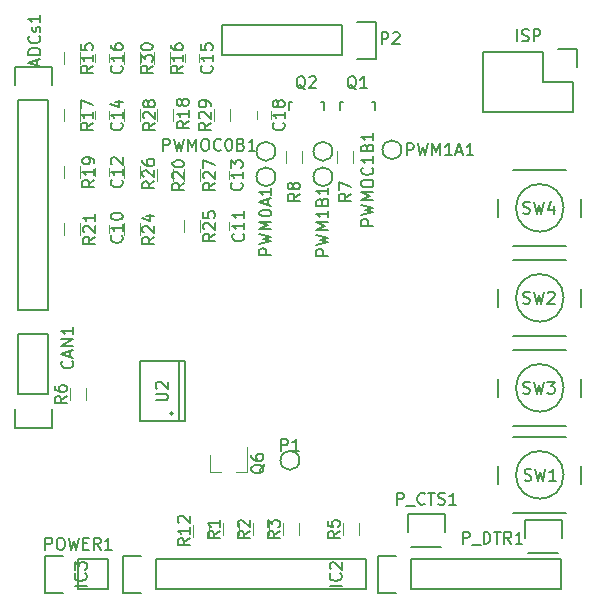
<source format=gto>
G04 #@! TF.FileFunction,Legend,Top*
%FSLAX46Y46*%
G04 Gerber Fmt 4.6, Leading zero omitted, Abs format (unit mm)*
G04 Created by KiCad (PCBNEW 4.0.2-stable) date 01.03.2017 20:49:35*
%MOMM*%
G01*
G04 APERTURE LIST*
%ADD10C,0.100000*%
%ADD11C,0.150000*%
%ADD12C,0.120000*%
G04 APERTURE END LIST*
D10*
D11*
X108458000Y-72390000D02*
X108458000Y-90170000D01*
X108458000Y-90170000D02*
X105918000Y-90170000D01*
X105918000Y-90170000D02*
X105918000Y-72390000D01*
X108738000Y-69570000D02*
X108738000Y-71120000D01*
X108458000Y-72390000D02*
X105918000Y-72390000D01*
X105638000Y-71120000D02*
X105638000Y-69570000D01*
X105638000Y-69570000D02*
X108738000Y-69570000D01*
X108458000Y-97282000D02*
X108458000Y-92202000D01*
X108458000Y-92202000D02*
X105918000Y-92202000D01*
X105918000Y-92202000D02*
X105918000Y-97282000D01*
X105638000Y-100102000D02*
X105638000Y-98552000D01*
X105918000Y-97282000D02*
X108458000Y-97282000D01*
X108738000Y-98552000D02*
X108738000Y-100102000D01*
X108738000Y-100102000D02*
X105638000Y-100102000D01*
X139192000Y-111252000D02*
X151892000Y-111252000D01*
X151892000Y-111252000D02*
X151892000Y-113792000D01*
X151892000Y-113792000D02*
X139192000Y-113792000D01*
X136372000Y-110972000D02*
X137922000Y-110972000D01*
X139192000Y-111252000D02*
X139192000Y-113792000D01*
X137922000Y-114072000D02*
X136372000Y-114072000D01*
X136372000Y-114072000D02*
X136372000Y-110972000D01*
X117602000Y-111252000D02*
X135382000Y-111252000D01*
X135382000Y-111252000D02*
X135382000Y-113792000D01*
X135382000Y-113792000D02*
X117602000Y-113792000D01*
X114782000Y-110972000D02*
X116332000Y-110972000D01*
X117602000Y-111252000D02*
X117602000Y-113792000D01*
X116332000Y-114072000D02*
X114782000Y-114072000D01*
X114782000Y-114072000D02*
X114782000Y-110972000D01*
X134620000Y-65760000D02*
X136170000Y-65760000D01*
X136170000Y-65760000D02*
X136170000Y-68860000D01*
X136170000Y-68860000D02*
X134620000Y-68860000D01*
X133350000Y-68580000D02*
X123190000Y-68580000D01*
X123190000Y-68580000D02*
X123190000Y-66040000D01*
X123190000Y-66040000D02*
X133350000Y-66040000D01*
X133350000Y-68580000D02*
X133350000Y-66040000D01*
X110998000Y-111252000D02*
X113538000Y-111252000D01*
X108178000Y-110972000D02*
X109728000Y-110972000D01*
X110998000Y-111252000D02*
X110998000Y-113792000D01*
X109728000Y-114072000D02*
X108178000Y-114072000D01*
X108178000Y-114072000D02*
X108178000Y-110972000D01*
X110998000Y-113792000D02*
X113538000Y-113792000D01*
X113538000Y-113792000D02*
X113538000Y-111252000D01*
X142012000Y-107416000D02*
X142012000Y-108966000D01*
X138912000Y-108966000D02*
X138912000Y-107416000D01*
X138912000Y-107416000D02*
X142012000Y-107416000D01*
X139192000Y-110236000D02*
X141732000Y-110236000D01*
X151918000Y-107924000D02*
X151918000Y-109474000D01*
X148818000Y-109474000D02*
X148818000Y-107924000D01*
X148818000Y-107924000D02*
X151918000Y-107924000D01*
X149098000Y-110744000D02*
X151638000Y-110744000D01*
X135919160Y-72501760D02*
X135870900Y-72501760D01*
X133120180Y-73202800D02*
X133120180Y-72501760D01*
X133120180Y-72501760D02*
X133369100Y-72501760D01*
X135919160Y-72501760D02*
X136119820Y-72501760D01*
X136119820Y-72501760D02*
X136119820Y-73202800D01*
X131601160Y-72501760D02*
X131552900Y-72501760D01*
X128802180Y-73202800D02*
X128802180Y-72501760D01*
X128802180Y-72501760D02*
X129051100Y-72501760D01*
X131601160Y-72501760D02*
X131801820Y-72501760D01*
X131801820Y-72501760D02*
X131801820Y-73202800D01*
X118999000Y-98933000D02*
G75*
G03X118999000Y-98933000I-127000J0D01*
G01*
X119507000Y-99568000D02*
X119507000Y-94488000D01*
X116205000Y-99568000D02*
X116205000Y-94488000D01*
X120015000Y-99568000D02*
X120015000Y-94488000D01*
X120015000Y-99568000D02*
X116205000Y-99568000D01*
X120015000Y-94488000D02*
X116205000Y-94488000D01*
X150368000Y-68326000D02*
X145288000Y-68326000D01*
X153188000Y-68046000D02*
X153188000Y-69596000D01*
X152908000Y-70866000D02*
X150368000Y-70866000D01*
X150368000Y-70866000D02*
X150368000Y-68326000D01*
X145288000Y-68326000D02*
X145288000Y-73406000D01*
X145288000Y-73406000D02*
X150368000Y-73406000D01*
X153188000Y-68046000D02*
X151638000Y-68046000D01*
X152908000Y-73406000D02*
X152908000Y-70866000D01*
X150368000Y-73406000D02*
X152908000Y-73406000D01*
X129708219Y-102870000D02*
G75*
G03X129708219Y-102870000I-803219J0D01*
G01*
X127676219Y-78867000D02*
G75*
G03X127676219Y-78867000I-803219J0D01*
G01*
X138344219Y-76581000D02*
G75*
G03X138344219Y-76581000I-803219J0D01*
G01*
X132502219Y-78867000D02*
G75*
G03X132502219Y-78867000I-803219J0D01*
G01*
X127676219Y-76708000D02*
G75*
G03X127676219Y-76708000I-803219J0D01*
G01*
X132502219Y-76708000D02*
G75*
G03X132502219Y-76708000I-803219J0D01*
G01*
X152077564Y-104104000D02*
G75*
G03X152077564Y-104104000I-2015564J0D01*
G01*
X147812000Y-107354000D02*
X152312000Y-107354000D01*
X146562000Y-103354000D02*
X146562000Y-104854000D01*
X152312000Y-100854000D02*
X147812000Y-100854000D01*
X153562000Y-104854000D02*
X153562000Y-103354000D01*
X152077564Y-89118000D02*
G75*
G03X152077564Y-89118000I-2015564J0D01*
G01*
X147812000Y-92368000D02*
X152312000Y-92368000D01*
X146562000Y-88368000D02*
X146562000Y-89868000D01*
X152312000Y-85868000D02*
X147812000Y-85868000D01*
X153562000Y-89868000D02*
X153562000Y-88368000D01*
X152077564Y-96738000D02*
G75*
G03X152077564Y-96738000I-2015564J0D01*
G01*
X147812000Y-99988000D02*
X152312000Y-99988000D01*
X146562000Y-95988000D02*
X146562000Y-97488000D01*
X152312000Y-93488000D02*
X147812000Y-93488000D01*
X153562000Y-97488000D02*
X153562000Y-95988000D01*
X152077564Y-81498000D02*
G75*
G03X152077564Y-81498000I-2015564J0D01*
G01*
X147812000Y-84748000D02*
X152312000Y-84748000D01*
X146562000Y-80748000D02*
X146562000Y-82248000D01*
X152312000Y-78248000D02*
X147812000Y-78248000D01*
X153562000Y-82248000D02*
X153562000Y-80748000D01*
D12*
X112430000Y-83662000D02*
X112430000Y-82962000D01*
X113630000Y-82962000D02*
X113630000Y-83662000D01*
X123790000Y-82708000D02*
X123790000Y-83408000D01*
X122590000Y-83408000D02*
X122590000Y-82708000D01*
X112430000Y-78836000D02*
X112430000Y-78136000D01*
X113630000Y-78136000D02*
X113630000Y-78836000D01*
X123790000Y-78390000D02*
X123790000Y-79090000D01*
X122590000Y-79090000D02*
X122590000Y-78390000D01*
X113630000Y-73310000D02*
X113630000Y-74010000D01*
X112430000Y-74010000D02*
X112430000Y-73310000D01*
X121250000Y-68484000D02*
X121250000Y-69184000D01*
X120050000Y-69184000D02*
X120050000Y-68484000D01*
X113630000Y-68484000D02*
X113630000Y-69184000D01*
X112430000Y-69184000D02*
X112430000Y-68484000D01*
X127346000Y-73310000D02*
X127346000Y-74010000D01*
X126146000Y-74010000D02*
X126146000Y-73310000D01*
X124632000Y-108212000D02*
X124632000Y-109212000D01*
X123272000Y-109212000D02*
X123272000Y-108212000D01*
X127172000Y-108212000D02*
X127172000Y-109212000D01*
X125812000Y-109212000D02*
X125812000Y-108212000D01*
X129712000Y-108212000D02*
X129712000Y-109212000D01*
X128352000Y-109212000D02*
X128352000Y-108212000D01*
X134792000Y-108212000D02*
X134792000Y-109212000D01*
X133432000Y-109212000D02*
X133432000Y-108212000D01*
X111678000Y-96782000D02*
X111678000Y-97782000D01*
X110318000Y-97782000D02*
X110318000Y-96782000D01*
X134284000Y-76716000D02*
X134284000Y-77716000D01*
X132924000Y-77716000D02*
X132924000Y-76716000D01*
X129966000Y-76716000D02*
X129966000Y-77716000D01*
X128606000Y-77716000D02*
X128606000Y-76716000D01*
X111170000Y-68334000D02*
X111170000Y-69334000D01*
X109810000Y-69334000D02*
X109810000Y-68334000D01*
X118790000Y-68334000D02*
X118790000Y-69334000D01*
X117430000Y-69334000D02*
X117430000Y-68334000D01*
X111170000Y-73160000D02*
X111170000Y-74160000D01*
X109810000Y-74160000D02*
X109810000Y-73160000D01*
X119044000Y-73160000D02*
X119044000Y-74160000D01*
X117684000Y-74160000D02*
X117684000Y-73160000D01*
X109810000Y-78986000D02*
X109810000Y-77986000D01*
X111170000Y-77986000D02*
X111170000Y-78986000D01*
X119044000Y-78240000D02*
X119044000Y-79240000D01*
X117684000Y-79240000D02*
X117684000Y-78240000D01*
X109810000Y-83812000D02*
X109810000Y-82812000D01*
X111170000Y-82812000D02*
X111170000Y-83812000D01*
X116250000Y-82812000D02*
X116250000Y-83812000D01*
X114890000Y-83812000D02*
X114890000Y-82812000D01*
X119970000Y-83558000D02*
X119970000Y-82558000D01*
X121330000Y-82558000D02*
X121330000Y-83558000D01*
X116250000Y-77986000D02*
X116250000Y-78986000D01*
X114890000Y-78986000D02*
X114890000Y-77986000D01*
X119970000Y-79240000D02*
X119970000Y-78240000D01*
X121330000Y-78240000D02*
X121330000Y-79240000D01*
X114890000Y-74160000D02*
X114890000Y-73160000D01*
X116250000Y-73160000D02*
X116250000Y-74160000D01*
X123870000Y-73160000D02*
X123870000Y-74160000D01*
X122510000Y-74160000D02*
X122510000Y-73160000D01*
X114890000Y-69334000D02*
X114890000Y-68334000D01*
X116250000Y-68334000D02*
X116250000Y-69334000D01*
X122118000Y-103884000D02*
X123048000Y-103884000D01*
X125278000Y-103884000D02*
X124348000Y-103884000D01*
X125278000Y-103884000D02*
X125278000Y-101724000D01*
X122118000Y-103884000D02*
X122118000Y-102424000D01*
X122092000Y-108339000D02*
X122092000Y-109339000D01*
X120732000Y-109339000D02*
X120732000Y-108339000D01*
D11*
X107481667Y-69429048D02*
X107481667Y-68952857D01*
X107767381Y-69524286D02*
X106767381Y-69190953D01*
X107767381Y-68857619D01*
X107767381Y-68524286D02*
X106767381Y-68524286D01*
X106767381Y-68286191D01*
X106815000Y-68143333D01*
X106910238Y-68048095D01*
X107005476Y-68000476D01*
X107195952Y-67952857D01*
X107338810Y-67952857D01*
X107529286Y-68000476D01*
X107624524Y-68048095D01*
X107719762Y-68143333D01*
X107767381Y-68286191D01*
X107767381Y-68524286D01*
X107672143Y-66952857D02*
X107719762Y-67000476D01*
X107767381Y-67143333D01*
X107767381Y-67238571D01*
X107719762Y-67381429D01*
X107624524Y-67476667D01*
X107529286Y-67524286D01*
X107338810Y-67571905D01*
X107195952Y-67571905D01*
X107005476Y-67524286D01*
X106910238Y-67476667D01*
X106815000Y-67381429D01*
X106767381Y-67238571D01*
X106767381Y-67143333D01*
X106815000Y-67000476D01*
X106862619Y-66952857D01*
X107719762Y-66571905D02*
X107767381Y-66476667D01*
X107767381Y-66286191D01*
X107719762Y-66190952D01*
X107624524Y-66143333D01*
X107576905Y-66143333D01*
X107481667Y-66190952D01*
X107434048Y-66286191D01*
X107434048Y-66429048D01*
X107386429Y-66524286D01*
X107291190Y-66571905D01*
X107243571Y-66571905D01*
X107148333Y-66524286D01*
X107100714Y-66429048D01*
X107100714Y-66286191D01*
X107148333Y-66190952D01*
X107767381Y-65190952D02*
X107767381Y-65762381D01*
X107767381Y-65476667D02*
X106767381Y-65476667D01*
X106910238Y-65571905D01*
X107005476Y-65667143D01*
X107053095Y-65762381D01*
X110466143Y-94464047D02*
X110513762Y-94511666D01*
X110561381Y-94654523D01*
X110561381Y-94749761D01*
X110513762Y-94892619D01*
X110418524Y-94987857D01*
X110323286Y-95035476D01*
X110132810Y-95083095D01*
X109989952Y-95083095D01*
X109799476Y-95035476D01*
X109704238Y-94987857D01*
X109609000Y-94892619D01*
X109561381Y-94749761D01*
X109561381Y-94654523D01*
X109609000Y-94511666D01*
X109656619Y-94464047D01*
X110275667Y-94083095D02*
X110275667Y-93606904D01*
X110561381Y-94178333D02*
X109561381Y-93845000D01*
X110561381Y-93511666D01*
X110561381Y-93178333D02*
X109561381Y-93178333D01*
X110561381Y-92606904D01*
X109561381Y-92606904D01*
X110561381Y-91606904D02*
X110561381Y-92178333D01*
X110561381Y-91892619D02*
X109561381Y-91892619D01*
X109704238Y-91987857D01*
X109799476Y-92083095D01*
X109847095Y-92178333D01*
X133274381Y-113498190D02*
X132274381Y-113498190D01*
X133179143Y-112450571D02*
X133226762Y-112498190D01*
X133274381Y-112641047D01*
X133274381Y-112736285D01*
X133226762Y-112879143D01*
X133131524Y-112974381D01*
X133036286Y-113022000D01*
X132845810Y-113069619D01*
X132702952Y-113069619D01*
X132512476Y-113022000D01*
X132417238Y-112974381D01*
X132322000Y-112879143D01*
X132274381Y-112736285D01*
X132274381Y-112641047D01*
X132322000Y-112498190D01*
X132369619Y-112450571D01*
X132369619Y-112069619D02*
X132322000Y-112022000D01*
X132274381Y-111926762D01*
X132274381Y-111688666D01*
X132322000Y-111593428D01*
X132369619Y-111545809D01*
X132464857Y-111498190D01*
X132560095Y-111498190D01*
X132702952Y-111545809D01*
X133274381Y-112117238D01*
X133274381Y-111498190D01*
X111684381Y-113498190D02*
X110684381Y-113498190D01*
X111589143Y-112450571D02*
X111636762Y-112498190D01*
X111684381Y-112641047D01*
X111684381Y-112736285D01*
X111636762Y-112879143D01*
X111541524Y-112974381D01*
X111446286Y-113022000D01*
X111255810Y-113069619D01*
X111112952Y-113069619D01*
X110922476Y-113022000D01*
X110827238Y-112974381D01*
X110732000Y-112879143D01*
X110684381Y-112736285D01*
X110684381Y-112641047D01*
X110732000Y-112498190D01*
X110779619Y-112450571D01*
X110684381Y-112117238D02*
X110684381Y-111498190D01*
X111065333Y-111831524D01*
X111065333Y-111688666D01*
X111112952Y-111593428D01*
X111160571Y-111545809D01*
X111255810Y-111498190D01*
X111493905Y-111498190D01*
X111589143Y-111545809D01*
X111636762Y-111593428D01*
X111684381Y-111688666D01*
X111684381Y-111974381D01*
X111636762Y-112069619D01*
X111589143Y-112117238D01*
X136675905Y-67635381D02*
X136675905Y-66635381D01*
X137056858Y-66635381D01*
X137152096Y-66683000D01*
X137199715Y-66730619D01*
X137247334Y-66825857D01*
X137247334Y-66968714D01*
X137199715Y-67063952D01*
X137152096Y-67111571D01*
X137056858Y-67159190D01*
X136675905Y-67159190D01*
X137628286Y-66730619D02*
X137675905Y-66683000D01*
X137771143Y-66635381D01*
X138009239Y-66635381D01*
X138104477Y-66683000D01*
X138152096Y-66730619D01*
X138199715Y-66825857D01*
X138199715Y-66921095D01*
X138152096Y-67063952D01*
X137580667Y-67635381D01*
X138199715Y-67635381D01*
X108212286Y-110434381D02*
X108212286Y-109434381D01*
X108593239Y-109434381D01*
X108688477Y-109482000D01*
X108736096Y-109529619D01*
X108783715Y-109624857D01*
X108783715Y-109767714D01*
X108736096Y-109862952D01*
X108688477Y-109910571D01*
X108593239Y-109958190D01*
X108212286Y-109958190D01*
X109402762Y-109434381D02*
X109593239Y-109434381D01*
X109688477Y-109482000D01*
X109783715Y-109577238D01*
X109831334Y-109767714D01*
X109831334Y-110101048D01*
X109783715Y-110291524D01*
X109688477Y-110386762D01*
X109593239Y-110434381D01*
X109402762Y-110434381D01*
X109307524Y-110386762D01*
X109212286Y-110291524D01*
X109164667Y-110101048D01*
X109164667Y-109767714D01*
X109212286Y-109577238D01*
X109307524Y-109482000D01*
X109402762Y-109434381D01*
X110164667Y-109434381D02*
X110402762Y-110434381D01*
X110593239Y-109720095D01*
X110783715Y-110434381D01*
X111021810Y-109434381D01*
X111402762Y-109910571D02*
X111736096Y-109910571D01*
X111878953Y-110434381D02*
X111402762Y-110434381D01*
X111402762Y-109434381D01*
X111878953Y-109434381D01*
X112878953Y-110434381D02*
X112545619Y-109958190D01*
X112307524Y-110434381D02*
X112307524Y-109434381D01*
X112688477Y-109434381D01*
X112783715Y-109482000D01*
X112831334Y-109529619D01*
X112878953Y-109624857D01*
X112878953Y-109767714D01*
X112831334Y-109862952D01*
X112783715Y-109910571D01*
X112688477Y-109958190D01*
X112307524Y-109958190D01*
X113831334Y-110434381D02*
X113259905Y-110434381D01*
X113545619Y-110434381D02*
X113545619Y-109434381D01*
X113450381Y-109577238D01*
X113355143Y-109672476D01*
X113259905Y-109720095D01*
X137985809Y-106624381D02*
X137985809Y-105624381D01*
X138366762Y-105624381D01*
X138462000Y-105672000D01*
X138509619Y-105719619D01*
X138557238Y-105814857D01*
X138557238Y-105957714D01*
X138509619Y-106052952D01*
X138462000Y-106100571D01*
X138366762Y-106148190D01*
X137985809Y-106148190D01*
X138747714Y-106719619D02*
X139509619Y-106719619D01*
X140319143Y-106529143D02*
X140271524Y-106576762D01*
X140128667Y-106624381D01*
X140033429Y-106624381D01*
X139890571Y-106576762D01*
X139795333Y-106481524D01*
X139747714Y-106386286D01*
X139700095Y-106195810D01*
X139700095Y-106052952D01*
X139747714Y-105862476D01*
X139795333Y-105767238D01*
X139890571Y-105672000D01*
X140033429Y-105624381D01*
X140128667Y-105624381D01*
X140271524Y-105672000D01*
X140319143Y-105719619D01*
X140604857Y-105624381D02*
X141176286Y-105624381D01*
X140890571Y-106624381D02*
X140890571Y-105624381D01*
X141462000Y-106576762D02*
X141604857Y-106624381D01*
X141842953Y-106624381D01*
X141938191Y-106576762D01*
X141985810Y-106529143D01*
X142033429Y-106433905D01*
X142033429Y-106338667D01*
X141985810Y-106243429D01*
X141938191Y-106195810D01*
X141842953Y-106148190D01*
X141652476Y-106100571D01*
X141557238Y-106052952D01*
X141509619Y-106005333D01*
X141462000Y-105910095D01*
X141462000Y-105814857D01*
X141509619Y-105719619D01*
X141557238Y-105672000D01*
X141652476Y-105624381D01*
X141890572Y-105624381D01*
X142033429Y-105672000D01*
X142985810Y-106624381D02*
X142414381Y-106624381D01*
X142700095Y-106624381D02*
X142700095Y-105624381D01*
X142604857Y-105767238D01*
X142509619Y-105862476D01*
X142414381Y-105910095D01*
X143550000Y-109926381D02*
X143550000Y-108926381D01*
X143930953Y-108926381D01*
X144026191Y-108974000D01*
X144073810Y-109021619D01*
X144121429Y-109116857D01*
X144121429Y-109259714D01*
X144073810Y-109354952D01*
X144026191Y-109402571D01*
X143930953Y-109450190D01*
X143550000Y-109450190D01*
X144311905Y-110021619D02*
X145073810Y-110021619D01*
X145311905Y-109926381D02*
X145311905Y-108926381D01*
X145550000Y-108926381D01*
X145692858Y-108974000D01*
X145788096Y-109069238D01*
X145835715Y-109164476D01*
X145883334Y-109354952D01*
X145883334Y-109497810D01*
X145835715Y-109688286D01*
X145788096Y-109783524D01*
X145692858Y-109878762D01*
X145550000Y-109926381D01*
X145311905Y-109926381D01*
X146169048Y-108926381D02*
X146740477Y-108926381D01*
X146454762Y-109926381D02*
X146454762Y-108926381D01*
X147645239Y-109926381D02*
X147311905Y-109450190D01*
X147073810Y-109926381D02*
X147073810Y-108926381D01*
X147454763Y-108926381D01*
X147550001Y-108974000D01*
X147597620Y-109021619D01*
X147645239Y-109116857D01*
X147645239Y-109259714D01*
X147597620Y-109354952D01*
X147550001Y-109402571D01*
X147454763Y-109450190D01*
X147073810Y-109450190D01*
X148597620Y-109926381D02*
X148026191Y-109926381D01*
X148311905Y-109926381D02*
X148311905Y-108926381D01*
X148216667Y-109069238D01*
X148121429Y-109164476D01*
X148026191Y-109212095D01*
X134524762Y-71449619D02*
X134429524Y-71402000D01*
X134334286Y-71306762D01*
X134191429Y-71163905D01*
X134096190Y-71116286D01*
X134000952Y-71116286D01*
X134048571Y-71354381D02*
X133953333Y-71306762D01*
X133858095Y-71211524D01*
X133810476Y-71021048D01*
X133810476Y-70687714D01*
X133858095Y-70497238D01*
X133953333Y-70402000D01*
X134048571Y-70354381D01*
X134239048Y-70354381D01*
X134334286Y-70402000D01*
X134429524Y-70497238D01*
X134477143Y-70687714D01*
X134477143Y-71021048D01*
X134429524Y-71211524D01*
X134334286Y-71306762D01*
X134239048Y-71354381D01*
X134048571Y-71354381D01*
X135429524Y-71354381D02*
X134858095Y-71354381D01*
X135143809Y-71354381D02*
X135143809Y-70354381D01*
X135048571Y-70497238D01*
X134953333Y-70592476D01*
X134858095Y-70640095D01*
X130206762Y-71449619D02*
X130111524Y-71402000D01*
X130016286Y-71306762D01*
X129873429Y-71163905D01*
X129778190Y-71116286D01*
X129682952Y-71116286D01*
X129730571Y-71354381D02*
X129635333Y-71306762D01*
X129540095Y-71211524D01*
X129492476Y-71021048D01*
X129492476Y-70687714D01*
X129540095Y-70497238D01*
X129635333Y-70402000D01*
X129730571Y-70354381D01*
X129921048Y-70354381D01*
X130016286Y-70402000D01*
X130111524Y-70497238D01*
X130159143Y-70687714D01*
X130159143Y-71021048D01*
X130111524Y-71211524D01*
X130016286Y-71306762D01*
X129921048Y-71354381D01*
X129730571Y-71354381D01*
X130540095Y-70449619D02*
X130587714Y-70402000D01*
X130682952Y-70354381D01*
X130921048Y-70354381D01*
X131016286Y-70402000D01*
X131063905Y-70449619D01*
X131111524Y-70544857D01*
X131111524Y-70640095D01*
X131063905Y-70782952D01*
X130492476Y-71354381D01*
X131111524Y-71354381D01*
X117562381Y-97789905D02*
X118371905Y-97789905D01*
X118467143Y-97742286D01*
X118514762Y-97694667D01*
X118562381Y-97599429D01*
X118562381Y-97408952D01*
X118514762Y-97313714D01*
X118467143Y-97266095D01*
X118371905Y-97218476D01*
X117562381Y-97218476D01*
X117657619Y-96789905D02*
X117610000Y-96742286D01*
X117562381Y-96647048D01*
X117562381Y-96408952D01*
X117610000Y-96313714D01*
X117657619Y-96266095D01*
X117752857Y-96218476D01*
X117848095Y-96218476D01*
X117990952Y-96266095D01*
X118562381Y-96837524D01*
X118562381Y-96218476D01*
X148121810Y-67381381D02*
X148121810Y-66381381D01*
X148550381Y-67333762D02*
X148693238Y-67381381D01*
X148931334Y-67381381D01*
X149026572Y-67333762D01*
X149074191Y-67286143D01*
X149121810Y-67190905D01*
X149121810Y-67095667D01*
X149074191Y-67000429D01*
X149026572Y-66952810D01*
X148931334Y-66905190D01*
X148740857Y-66857571D01*
X148645619Y-66809952D01*
X148598000Y-66762333D01*
X148550381Y-66667095D01*
X148550381Y-66571857D01*
X148598000Y-66476619D01*
X148645619Y-66429000D01*
X148740857Y-66381381D01*
X148978953Y-66381381D01*
X149121810Y-66429000D01*
X149550381Y-67381381D02*
X149550381Y-66381381D01*
X149931334Y-66381381D01*
X150026572Y-66429000D01*
X150074191Y-66476619D01*
X150121810Y-66571857D01*
X150121810Y-66714714D01*
X150074191Y-66809952D01*
X150026572Y-66857571D01*
X149931334Y-66905190D01*
X149550381Y-66905190D01*
X128166905Y-102054921D02*
X128166905Y-101054921D01*
X128547858Y-101054921D01*
X128643096Y-101102540D01*
X128690715Y-101150159D01*
X128738334Y-101245397D01*
X128738334Y-101388254D01*
X128690715Y-101483492D01*
X128643096Y-101531111D01*
X128547858Y-101578730D01*
X128166905Y-101578730D01*
X129690715Y-102054921D02*
X129119286Y-102054921D01*
X129405000Y-102054921D02*
X129405000Y-101054921D01*
X129309762Y-101197778D01*
X129214524Y-101293016D01*
X129119286Y-101340635D01*
X127325381Y-85462714D02*
X126325381Y-85462714D01*
X126325381Y-85081761D01*
X126373000Y-84986523D01*
X126420619Y-84938904D01*
X126515857Y-84891285D01*
X126658714Y-84891285D01*
X126753952Y-84938904D01*
X126801571Y-84986523D01*
X126849190Y-85081761D01*
X126849190Y-85462714D01*
X126325381Y-84557952D02*
X127325381Y-84319857D01*
X126611095Y-84129380D01*
X127325381Y-83938904D01*
X126325381Y-83700809D01*
X127325381Y-83319857D02*
X126325381Y-83319857D01*
X127039667Y-82986523D01*
X126325381Y-82653190D01*
X127325381Y-82653190D01*
X126325381Y-81986524D02*
X126325381Y-81891285D01*
X126373000Y-81796047D01*
X126420619Y-81748428D01*
X126515857Y-81700809D01*
X126706333Y-81653190D01*
X126944429Y-81653190D01*
X127134905Y-81700809D01*
X127230143Y-81748428D01*
X127277762Y-81796047D01*
X127325381Y-81891285D01*
X127325381Y-81986524D01*
X127277762Y-82081762D01*
X127230143Y-82129381D01*
X127134905Y-82177000D01*
X126944429Y-82224619D01*
X126706333Y-82224619D01*
X126515857Y-82177000D01*
X126420619Y-82129381D01*
X126373000Y-82081762D01*
X126325381Y-81986524D01*
X127039667Y-81272238D02*
X127039667Y-80796047D01*
X127325381Y-81367476D02*
X126325381Y-81034143D01*
X127325381Y-80700809D01*
X127325381Y-79843666D02*
X127325381Y-80415095D01*
X127325381Y-80129381D02*
X126325381Y-80129381D01*
X126468238Y-80224619D01*
X126563476Y-80319857D01*
X126611095Y-80415095D01*
X138819286Y-77033381D02*
X138819286Y-76033381D01*
X139200239Y-76033381D01*
X139295477Y-76081000D01*
X139343096Y-76128619D01*
X139390715Y-76223857D01*
X139390715Y-76366714D01*
X139343096Y-76461952D01*
X139295477Y-76509571D01*
X139200239Y-76557190D01*
X138819286Y-76557190D01*
X139724048Y-76033381D02*
X139962143Y-77033381D01*
X140152620Y-76319095D01*
X140343096Y-77033381D01*
X140581191Y-76033381D01*
X140962143Y-77033381D02*
X140962143Y-76033381D01*
X141295477Y-76747667D01*
X141628810Y-76033381D01*
X141628810Y-77033381D01*
X142628810Y-77033381D02*
X142057381Y-77033381D01*
X142343095Y-77033381D02*
X142343095Y-76033381D01*
X142247857Y-76176238D01*
X142152619Y-76271476D01*
X142057381Y-76319095D01*
X143009762Y-76747667D02*
X143485953Y-76747667D01*
X142914524Y-77033381D02*
X143247857Y-76033381D01*
X143581191Y-77033381D01*
X144438334Y-77033381D02*
X143866905Y-77033381D01*
X144152619Y-77033381D02*
X144152619Y-76033381D01*
X144057381Y-76176238D01*
X143962143Y-76271476D01*
X143866905Y-76319095D01*
X132151381Y-85534143D02*
X131151381Y-85534143D01*
X131151381Y-85153190D01*
X131199000Y-85057952D01*
X131246619Y-85010333D01*
X131341857Y-84962714D01*
X131484714Y-84962714D01*
X131579952Y-85010333D01*
X131627571Y-85057952D01*
X131675190Y-85153190D01*
X131675190Y-85534143D01*
X131151381Y-84629381D02*
X132151381Y-84391286D01*
X131437095Y-84200809D01*
X132151381Y-84010333D01*
X131151381Y-83772238D01*
X132151381Y-83391286D02*
X131151381Y-83391286D01*
X131865667Y-83057952D01*
X131151381Y-82724619D01*
X132151381Y-82724619D01*
X132151381Y-81724619D02*
X132151381Y-82296048D01*
X132151381Y-82010334D02*
X131151381Y-82010334D01*
X131294238Y-82105572D01*
X131389476Y-82200810D01*
X131437095Y-82296048D01*
X131627571Y-80962714D02*
X131675190Y-80819857D01*
X131722810Y-80772238D01*
X131818048Y-80724619D01*
X131960905Y-80724619D01*
X132056143Y-80772238D01*
X132103762Y-80819857D01*
X132151381Y-80915095D01*
X132151381Y-81296048D01*
X131151381Y-81296048D01*
X131151381Y-80962714D01*
X131199000Y-80867476D01*
X131246619Y-80819857D01*
X131341857Y-80772238D01*
X131437095Y-80772238D01*
X131532333Y-80819857D01*
X131579952Y-80867476D01*
X131627571Y-80962714D01*
X131627571Y-81296048D01*
X132151381Y-79772238D02*
X132151381Y-80343667D01*
X132151381Y-80057953D02*
X131151381Y-80057953D01*
X131294238Y-80153191D01*
X131389476Y-80248429D01*
X131437095Y-80343667D01*
X118166048Y-76652381D02*
X118166048Y-75652381D01*
X118547001Y-75652381D01*
X118642239Y-75700000D01*
X118689858Y-75747619D01*
X118737477Y-75842857D01*
X118737477Y-75985714D01*
X118689858Y-76080952D01*
X118642239Y-76128571D01*
X118547001Y-76176190D01*
X118166048Y-76176190D01*
X119070810Y-75652381D02*
X119308905Y-76652381D01*
X119499382Y-75938095D01*
X119689858Y-76652381D01*
X119927953Y-75652381D01*
X120308905Y-76652381D02*
X120308905Y-75652381D01*
X120642239Y-76366667D01*
X120975572Y-75652381D01*
X120975572Y-76652381D01*
X121642238Y-75652381D02*
X121832715Y-75652381D01*
X121927953Y-75700000D01*
X122023191Y-75795238D01*
X122070810Y-75985714D01*
X122070810Y-76319048D01*
X122023191Y-76509524D01*
X121927953Y-76604762D01*
X121832715Y-76652381D01*
X121642238Y-76652381D01*
X121547000Y-76604762D01*
X121451762Y-76509524D01*
X121404143Y-76319048D01*
X121404143Y-75985714D01*
X121451762Y-75795238D01*
X121547000Y-75700000D01*
X121642238Y-75652381D01*
X123070810Y-76557143D02*
X123023191Y-76604762D01*
X122880334Y-76652381D01*
X122785096Y-76652381D01*
X122642238Y-76604762D01*
X122547000Y-76509524D01*
X122499381Y-76414286D01*
X122451762Y-76223810D01*
X122451762Y-76080952D01*
X122499381Y-75890476D01*
X122547000Y-75795238D01*
X122642238Y-75700000D01*
X122785096Y-75652381D01*
X122880334Y-75652381D01*
X123023191Y-75700000D01*
X123070810Y-75747619D01*
X123689857Y-75652381D02*
X123785096Y-75652381D01*
X123880334Y-75700000D01*
X123927953Y-75747619D01*
X123975572Y-75842857D01*
X124023191Y-76033333D01*
X124023191Y-76271429D01*
X123975572Y-76461905D01*
X123927953Y-76557143D01*
X123880334Y-76604762D01*
X123785096Y-76652381D01*
X123689857Y-76652381D01*
X123594619Y-76604762D01*
X123547000Y-76557143D01*
X123499381Y-76461905D01*
X123451762Y-76271429D01*
X123451762Y-76033333D01*
X123499381Y-75842857D01*
X123547000Y-75747619D01*
X123594619Y-75700000D01*
X123689857Y-75652381D01*
X124785096Y-76128571D02*
X124927953Y-76176190D01*
X124975572Y-76223810D01*
X125023191Y-76319048D01*
X125023191Y-76461905D01*
X124975572Y-76557143D01*
X124927953Y-76604762D01*
X124832715Y-76652381D01*
X124451762Y-76652381D01*
X124451762Y-75652381D01*
X124785096Y-75652381D01*
X124880334Y-75700000D01*
X124927953Y-75747619D01*
X124975572Y-75842857D01*
X124975572Y-75938095D01*
X124927953Y-76033333D01*
X124880334Y-76080952D01*
X124785096Y-76128571D01*
X124451762Y-76128571D01*
X125975572Y-76652381D02*
X125404143Y-76652381D01*
X125689857Y-76652381D02*
X125689857Y-75652381D01*
X125594619Y-75795238D01*
X125499381Y-75890476D01*
X125404143Y-75938095D01*
X135961381Y-83001952D02*
X134961381Y-83001952D01*
X134961381Y-82620999D01*
X135009000Y-82525761D01*
X135056619Y-82478142D01*
X135151857Y-82430523D01*
X135294714Y-82430523D01*
X135389952Y-82478142D01*
X135437571Y-82525761D01*
X135485190Y-82620999D01*
X135485190Y-83001952D01*
X134961381Y-82097190D02*
X135961381Y-81859095D01*
X135247095Y-81668618D01*
X135961381Y-81478142D01*
X134961381Y-81240047D01*
X135961381Y-80859095D02*
X134961381Y-80859095D01*
X135675667Y-80525761D01*
X134961381Y-80192428D01*
X135961381Y-80192428D01*
X134961381Y-79525762D02*
X134961381Y-79335285D01*
X135009000Y-79240047D01*
X135104238Y-79144809D01*
X135294714Y-79097190D01*
X135628048Y-79097190D01*
X135818524Y-79144809D01*
X135913762Y-79240047D01*
X135961381Y-79335285D01*
X135961381Y-79525762D01*
X135913762Y-79621000D01*
X135818524Y-79716238D01*
X135628048Y-79763857D01*
X135294714Y-79763857D01*
X135104238Y-79716238D01*
X135009000Y-79621000D01*
X134961381Y-79525762D01*
X135866143Y-78097190D02*
X135913762Y-78144809D01*
X135961381Y-78287666D01*
X135961381Y-78382904D01*
X135913762Y-78525762D01*
X135818524Y-78621000D01*
X135723286Y-78668619D01*
X135532810Y-78716238D01*
X135389952Y-78716238D01*
X135199476Y-78668619D01*
X135104238Y-78621000D01*
X135009000Y-78525762D01*
X134961381Y-78382904D01*
X134961381Y-78287666D01*
X135009000Y-78144809D01*
X135056619Y-78097190D01*
X135961381Y-77144809D02*
X135961381Y-77716238D01*
X135961381Y-77430524D02*
X134961381Y-77430524D01*
X135104238Y-77525762D01*
X135199476Y-77621000D01*
X135247095Y-77716238D01*
X135437571Y-76382904D02*
X135485190Y-76240047D01*
X135532810Y-76192428D01*
X135628048Y-76144809D01*
X135770905Y-76144809D01*
X135866143Y-76192428D01*
X135913762Y-76240047D01*
X135961381Y-76335285D01*
X135961381Y-76716238D01*
X134961381Y-76716238D01*
X134961381Y-76382904D01*
X135009000Y-76287666D01*
X135056619Y-76240047D01*
X135151857Y-76192428D01*
X135247095Y-76192428D01*
X135342333Y-76240047D01*
X135389952Y-76287666D01*
X135437571Y-76382904D01*
X135437571Y-76716238D01*
X135961381Y-75192428D02*
X135961381Y-75763857D01*
X135961381Y-75478143D02*
X134961381Y-75478143D01*
X135104238Y-75573381D01*
X135199476Y-75668619D01*
X135247095Y-75763857D01*
X148780667Y-104544762D02*
X148923524Y-104592381D01*
X149161620Y-104592381D01*
X149256858Y-104544762D01*
X149304477Y-104497143D01*
X149352096Y-104401905D01*
X149352096Y-104306667D01*
X149304477Y-104211429D01*
X149256858Y-104163810D01*
X149161620Y-104116190D01*
X148971143Y-104068571D01*
X148875905Y-104020952D01*
X148828286Y-103973333D01*
X148780667Y-103878095D01*
X148780667Y-103782857D01*
X148828286Y-103687619D01*
X148875905Y-103640000D01*
X148971143Y-103592381D01*
X149209239Y-103592381D01*
X149352096Y-103640000D01*
X149685429Y-103592381D02*
X149923524Y-104592381D01*
X150114001Y-103878095D01*
X150304477Y-104592381D01*
X150542572Y-103592381D01*
X151447334Y-104592381D02*
X150875905Y-104592381D01*
X151161619Y-104592381D02*
X151161619Y-103592381D01*
X151066381Y-103735238D01*
X150971143Y-103830476D01*
X150875905Y-103878095D01*
X148653667Y-89558762D02*
X148796524Y-89606381D01*
X149034620Y-89606381D01*
X149129858Y-89558762D01*
X149177477Y-89511143D01*
X149225096Y-89415905D01*
X149225096Y-89320667D01*
X149177477Y-89225429D01*
X149129858Y-89177810D01*
X149034620Y-89130190D01*
X148844143Y-89082571D01*
X148748905Y-89034952D01*
X148701286Y-88987333D01*
X148653667Y-88892095D01*
X148653667Y-88796857D01*
X148701286Y-88701619D01*
X148748905Y-88654000D01*
X148844143Y-88606381D01*
X149082239Y-88606381D01*
X149225096Y-88654000D01*
X149558429Y-88606381D02*
X149796524Y-89606381D01*
X149987001Y-88892095D01*
X150177477Y-89606381D01*
X150415572Y-88606381D01*
X150748905Y-88701619D02*
X150796524Y-88654000D01*
X150891762Y-88606381D01*
X151129858Y-88606381D01*
X151225096Y-88654000D01*
X151272715Y-88701619D01*
X151320334Y-88796857D01*
X151320334Y-88892095D01*
X151272715Y-89034952D01*
X150701286Y-89606381D01*
X151320334Y-89606381D01*
X148653667Y-97178762D02*
X148796524Y-97226381D01*
X149034620Y-97226381D01*
X149129858Y-97178762D01*
X149177477Y-97131143D01*
X149225096Y-97035905D01*
X149225096Y-96940667D01*
X149177477Y-96845429D01*
X149129858Y-96797810D01*
X149034620Y-96750190D01*
X148844143Y-96702571D01*
X148748905Y-96654952D01*
X148701286Y-96607333D01*
X148653667Y-96512095D01*
X148653667Y-96416857D01*
X148701286Y-96321619D01*
X148748905Y-96274000D01*
X148844143Y-96226381D01*
X149082239Y-96226381D01*
X149225096Y-96274000D01*
X149558429Y-96226381D02*
X149796524Y-97226381D01*
X149987001Y-96512095D01*
X150177477Y-97226381D01*
X150415572Y-96226381D01*
X150701286Y-96226381D02*
X151320334Y-96226381D01*
X150987000Y-96607333D01*
X151129858Y-96607333D01*
X151225096Y-96654952D01*
X151272715Y-96702571D01*
X151320334Y-96797810D01*
X151320334Y-97035905D01*
X151272715Y-97131143D01*
X151225096Y-97178762D01*
X151129858Y-97226381D01*
X150844143Y-97226381D01*
X150748905Y-97178762D01*
X150701286Y-97131143D01*
X148653667Y-81938762D02*
X148796524Y-81986381D01*
X149034620Y-81986381D01*
X149129858Y-81938762D01*
X149177477Y-81891143D01*
X149225096Y-81795905D01*
X149225096Y-81700667D01*
X149177477Y-81605429D01*
X149129858Y-81557810D01*
X149034620Y-81510190D01*
X148844143Y-81462571D01*
X148748905Y-81414952D01*
X148701286Y-81367333D01*
X148653667Y-81272095D01*
X148653667Y-81176857D01*
X148701286Y-81081619D01*
X148748905Y-81034000D01*
X148844143Y-80986381D01*
X149082239Y-80986381D01*
X149225096Y-81034000D01*
X149558429Y-80986381D02*
X149796524Y-81986381D01*
X149987001Y-81272095D01*
X150177477Y-81986381D01*
X150415572Y-80986381D01*
X151225096Y-81319714D02*
X151225096Y-81986381D01*
X150987000Y-80938762D02*
X150748905Y-81653048D01*
X151367953Y-81653048D01*
X114657143Y-83827857D02*
X114704762Y-83875476D01*
X114752381Y-84018333D01*
X114752381Y-84113571D01*
X114704762Y-84256429D01*
X114609524Y-84351667D01*
X114514286Y-84399286D01*
X114323810Y-84446905D01*
X114180952Y-84446905D01*
X113990476Y-84399286D01*
X113895238Y-84351667D01*
X113800000Y-84256429D01*
X113752381Y-84113571D01*
X113752381Y-84018333D01*
X113800000Y-83875476D01*
X113847619Y-83827857D01*
X114752381Y-82875476D02*
X114752381Y-83446905D01*
X114752381Y-83161191D02*
X113752381Y-83161191D01*
X113895238Y-83256429D01*
X113990476Y-83351667D01*
X114038095Y-83446905D01*
X113752381Y-82256429D02*
X113752381Y-82161190D01*
X113800000Y-82065952D01*
X113847619Y-82018333D01*
X113942857Y-81970714D01*
X114133333Y-81923095D01*
X114371429Y-81923095D01*
X114561905Y-81970714D01*
X114657143Y-82018333D01*
X114704762Y-82065952D01*
X114752381Y-82161190D01*
X114752381Y-82256429D01*
X114704762Y-82351667D01*
X114657143Y-82399286D01*
X114561905Y-82446905D01*
X114371429Y-82494524D01*
X114133333Y-82494524D01*
X113942857Y-82446905D01*
X113847619Y-82399286D01*
X113800000Y-82351667D01*
X113752381Y-82256429D01*
X124944143Y-83700857D02*
X124991762Y-83748476D01*
X125039381Y-83891333D01*
X125039381Y-83986571D01*
X124991762Y-84129429D01*
X124896524Y-84224667D01*
X124801286Y-84272286D01*
X124610810Y-84319905D01*
X124467952Y-84319905D01*
X124277476Y-84272286D01*
X124182238Y-84224667D01*
X124087000Y-84129429D01*
X124039381Y-83986571D01*
X124039381Y-83891333D01*
X124087000Y-83748476D01*
X124134619Y-83700857D01*
X125039381Y-82748476D02*
X125039381Y-83319905D01*
X125039381Y-83034191D02*
X124039381Y-83034191D01*
X124182238Y-83129429D01*
X124277476Y-83224667D01*
X124325095Y-83319905D01*
X125039381Y-81796095D02*
X125039381Y-82367524D01*
X125039381Y-82081810D02*
X124039381Y-82081810D01*
X124182238Y-82177048D01*
X124277476Y-82272286D01*
X124325095Y-82367524D01*
X114657143Y-79128857D02*
X114704762Y-79176476D01*
X114752381Y-79319333D01*
X114752381Y-79414571D01*
X114704762Y-79557429D01*
X114609524Y-79652667D01*
X114514286Y-79700286D01*
X114323810Y-79747905D01*
X114180952Y-79747905D01*
X113990476Y-79700286D01*
X113895238Y-79652667D01*
X113800000Y-79557429D01*
X113752381Y-79414571D01*
X113752381Y-79319333D01*
X113800000Y-79176476D01*
X113847619Y-79128857D01*
X114752381Y-78176476D02*
X114752381Y-78747905D01*
X114752381Y-78462191D02*
X113752381Y-78462191D01*
X113895238Y-78557429D01*
X113990476Y-78652667D01*
X114038095Y-78747905D01*
X113847619Y-77795524D02*
X113800000Y-77747905D01*
X113752381Y-77652667D01*
X113752381Y-77414571D01*
X113800000Y-77319333D01*
X113847619Y-77271714D01*
X113942857Y-77224095D01*
X114038095Y-77224095D01*
X114180952Y-77271714D01*
X114752381Y-77843143D01*
X114752381Y-77224095D01*
X124797143Y-79382857D02*
X124844762Y-79430476D01*
X124892381Y-79573333D01*
X124892381Y-79668571D01*
X124844762Y-79811429D01*
X124749524Y-79906667D01*
X124654286Y-79954286D01*
X124463810Y-80001905D01*
X124320952Y-80001905D01*
X124130476Y-79954286D01*
X124035238Y-79906667D01*
X123940000Y-79811429D01*
X123892381Y-79668571D01*
X123892381Y-79573333D01*
X123940000Y-79430476D01*
X123987619Y-79382857D01*
X124892381Y-78430476D02*
X124892381Y-79001905D01*
X124892381Y-78716191D02*
X123892381Y-78716191D01*
X124035238Y-78811429D01*
X124130476Y-78906667D01*
X124178095Y-79001905D01*
X123892381Y-78097143D02*
X123892381Y-77478095D01*
X124273333Y-77811429D01*
X124273333Y-77668571D01*
X124320952Y-77573333D01*
X124368571Y-77525714D01*
X124463810Y-77478095D01*
X124701905Y-77478095D01*
X124797143Y-77525714D01*
X124844762Y-77573333D01*
X124892381Y-77668571D01*
X124892381Y-77954286D01*
X124844762Y-78049524D01*
X124797143Y-78097143D01*
X114637143Y-74302857D02*
X114684762Y-74350476D01*
X114732381Y-74493333D01*
X114732381Y-74588571D01*
X114684762Y-74731429D01*
X114589524Y-74826667D01*
X114494286Y-74874286D01*
X114303810Y-74921905D01*
X114160952Y-74921905D01*
X113970476Y-74874286D01*
X113875238Y-74826667D01*
X113780000Y-74731429D01*
X113732381Y-74588571D01*
X113732381Y-74493333D01*
X113780000Y-74350476D01*
X113827619Y-74302857D01*
X114732381Y-73350476D02*
X114732381Y-73921905D01*
X114732381Y-73636191D02*
X113732381Y-73636191D01*
X113875238Y-73731429D01*
X113970476Y-73826667D01*
X114018095Y-73921905D01*
X114065714Y-72493333D02*
X114732381Y-72493333D01*
X113684762Y-72731429D02*
X114399048Y-72969524D01*
X114399048Y-72350476D01*
X122257143Y-69476857D02*
X122304762Y-69524476D01*
X122352381Y-69667333D01*
X122352381Y-69762571D01*
X122304762Y-69905429D01*
X122209524Y-70000667D01*
X122114286Y-70048286D01*
X121923810Y-70095905D01*
X121780952Y-70095905D01*
X121590476Y-70048286D01*
X121495238Y-70000667D01*
X121400000Y-69905429D01*
X121352381Y-69762571D01*
X121352381Y-69667333D01*
X121400000Y-69524476D01*
X121447619Y-69476857D01*
X122352381Y-68524476D02*
X122352381Y-69095905D01*
X122352381Y-68810191D02*
X121352381Y-68810191D01*
X121495238Y-68905429D01*
X121590476Y-69000667D01*
X121638095Y-69095905D01*
X121352381Y-67619714D02*
X121352381Y-68095905D01*
X121828571Y-68143524D01*
X121780952Y-68095905D01*
X121733333Y-68000667D01*
X121733333Y-67762571D01*
X121780952Y-67667333D01*
X121828571Y-67619714D01*
X121923810Y-67572095D01*
X122161905Y-67572095D01*
X122257143Y-67619714D01*
X122304762Y-67667333D01*
X122352381Y-67762571D01*
X122352381Y-68000667D01*
X122304762Y-68095905D01*
X122257143Y-68143524D01*
X114637143Y-69476857D02*
X114684762Y-69524476D01*
X114732381Y-69667333D01*
X114732381Y-69762571D01*
X114684762Y-69905429D01*
X114589524Y-70000667D01*
X114494286Y-70048286D01*
X114303810Y-70095905D01*
X114160952Y-70095905D01*
X113970476Y-70048286D01*
X113875238Y-70000667D01*
X113780000Y-69905429D01*
X113732381Y-69762571D01*
X113732381Y-69667333D01*
X113780000Y-69524476D01*
X113827619Y-69476857D01*
X114732381Y-68524476D02*
X114732381Y-69095905D01*
X114732381Y-68810191D02*
X113732381Y-68810191D01*
X113875238Y-68905429D01*
X113970476Y-69000667D01*
X114018095Y-69095905D01*
X113732381Y-67667333D02*
X113732381Y-67857810D01*
X113780000Y-67953048D01*
X113827619Y-68000667D01*
X113970476Y-68095905D01*
X114160952Y-68143524D01*
X114541905Y-68143524D01*
X114637143Y-68095905D01*
X114684762Y-68048286D01*
X114732381Y-67953048D01*
X114732381Y-67762571D01*
X114684762Y-67667333D01*
X114637143Y-67619714D01*
X114541905Y-67572095D01*
X114303810Y-67572095D01*
X114208571Y-67619714D01*
X114160952Y-67667333D01*
X114113333Y-67762571D01*
X114113333Y-67953048D01*
X114160952Y-68048286D01*
X114208571Y-68095905D01*
X114303810Y-68143524D01*
X128353143Y-74302857D02*
X128400762Y-74350476D01*
X128448381Y-74493333D01*
X128448381Y-74588571D01*
X128400762Y-74731429D01*
X128305524Y-74826667D01*
X128210286Y-74874286D01*
X128019810Y-74921905D01*
X127876952Y-74921905D01*
X127686476Y-74874286D01*
X127591238Y-74826667D01*
X127496000Y-74731429D01*
X127448381Y-74588571D01*
X127448381Y-74493333D01*
X127496000Y-74350476D01*
X127543619Y-74302857D01*
X128448381Y-73350476D02*
X128448381Y-73921905D01*
X128448381Y-73636191D02*
X127448381Y-73636191D01*
X127591238Y-73731429D01*
X127686476Y-73826667D01*
X127734095Y-73921905D01*
X127876952Y-72779048D02*
X127829333Y-72874286D01*
X127781714Y-72921905D01*
X127686476Y-72969524D01*
X127638857Y-72969524D01*
X127543619Y-72921905D01*
X127496000Y-72874286D01*
X127448381Y-72779048D01*
X127448381Y-72588571D01*
X127496000Y-72493333D01*
X127543619Y-72445714D01*
X127638857Y-72398095D01*
X127686476Y-72398095D01*
X127781714Y-72445714D01*
X127829333Y-72493333D01*
X127876952Y-72588571D01*
X127876952Y-72779048D01*
X127924571Y-72874286D01*
X127972190Y-72921905D01*
X128067429Y-72969524D01*
X128257905Y-72969524D01*
X128353143Y-72921905D01*
X128400762Y-72874286D01*
X128448381Y-72779048D01*
X128448381Y-72588571D01*
X128400762Y-72493333D01*
X128353143Y-72445714D01*
X128257905Y-72398095D01*
X128067429Y-72398095D01*
X127972190Y-72445714D01*
X127924571Y-72493333D01*
X127876952Y-72588571D01*
X122954381Y-108878666D02*
X122478190Y-109212000D01*
X122954381Y-109450095D02*
X121954381Y-109450095D01*
X121954381Y-109069142D01*
X122002000Y-108973904D01*
X122049619Y-108926285D01*
X122144857Y-108878666D01*
X122287714Y-108878666D01*
X122382952Y-108926285D01*
X122430571Y-108973904D01*
X122478190Y-109069142D01*
X122478190Y-109450095D01*
X122954381Y-107926285D02*
X122954381Y-108497714D01*
X122954381Y-108212000D02*
X121954381Y-108212000D01*
X122097238Y-108307238D01*
X122192476Y-108402476D01*
X122240095Y-108497714D01*
X125494381Y-108878666D02*
X125018190Y-109212000D01*
X125494381Y-109450095D02*
X124494381Y-109450095D01*
X124494381Y-109069142D01*
X124542000Y-108973904D01*
X124589619Y-108926285D01*
X124684857Y-108878666D01*
X124827714Y-108878666D01*
X124922952Y-108926285D01*
X124970571Y-108973904D01*
X125018190Y-109069142D01*
X125018190Y-109450095D01*
X124589619Y-108497714D02*
X124542000Y-108450095D01*
X124494381Y-108354857D01*
X124494381Y-108116761D01*
X124542000Y-108021523D01*
X124589619Y-107973904D01*
X124684857Y-107926285D01*
X124780095Y-107926285D01*
X124922952Y-107973904D01*
X125494381Y-108545333D01*
X125494381Y-107926285D01*
X128034381Y-108878666D02*
X127558190Y-109212000D01*
X128034381Y-109450095D02*
X127034381Y-109450095D01*
X127034381Y-109069142D01*
X127082000Y-108973904D01*
X127129619Y-108926285D01*
X127224857Y-108878666D01*
X127367714Y-108878666D01*
X127462952Y-108926285D01*
X127510571Y-108973904D01*
X127558190Y-109069142D01*
X127558190Y-109450095D01*
X127034381Y-108545333D02*
X127034381Y-107926285D01*
X127415333Y-108259619D01*
X127415333Y-108116761D01*
X127462952Y-108021523D01*
X127510571Y-107973904D01*
X127605810Y-107926285D01*
X127843905Y-107926285D01*
X127939143Y-107973904D01*
X127986762Y-108021523D01*
X128034381Y-108116761D01*
X128034381Y-108402476D01*
X127986762Y-108497714D01*
X127939143Y-108545333D01*
X133114381Y-108878666D02*
X132638190Y-109212000D01*
X133114381Y-109450095D02*
X132114381Y-109450095D01*
X132114381Y-109069142D01*
X132162000Y-108973904D01*
X132209619Y-108926285D01*
X132304857Y-108878666D01*
X132447714Y-108878666D01*
X132542952Y-108926285D01*
X132590571Y-108973904D01*
X132638190Y-109069142D01*
X132638190Y-109450095D01*
X132114381Y-107973904D02*
X132114381Y-108450095D01*
X132590571Y-108497714D01*
X132542952Y-108450095D01*
X132495333Y-108354857D01*
X132495333Y-108116761D01*
X132542952Y-108021523D01*
X132590571Y-107973904D01*
X132685810Y-107926285D01*
X132923905Y-107926285D01*
X133019143Y-107973904D01*
X133066762Y-108021523D01*
X133114381Y-108116761D01*
X133114381Y-108354857D01*
X133066762Y-108450095D01*
X133019143Y-108497714D01*
X110000381Y-97448666D02*
X109524190Y-97782000D01*
X110000381Y-98020095D02*
X109000381Y-98020095D01*
X109000381Y-97639142D01*
X109048000Y-97543904D01*
X109095619Y-97496285D01*
X109190857Y-97448666D01*
X109333714Y-97448666D01*
X109428952Y-97496285D01*
X109476571Y-97543904D01*
X109524190Y-97639142D01*
X109524190Y-98020095D01*
X109000381Y-96591523D02*
X109000381Y-96782000D01*
X109048000Y-96877238D01*
X109095619Y-96924857D01*
X109238476Y-97020095D01*
X109428952Y-97067714D01*
X109809905Y-97067714D01*
X109905143Y-97020095D01*
X109952762Y-96972476D01*
X110000381Y-96877238D01*
X110000381Y-96686761D01*
X109952762Y-96591523D01*
X109905143Y-96543904D01*
X109809905Y-96496285D01*
X109571810Y-96496285D01*
X109476571Y-96543904D01*
X109428952Y-96591523D01*
X109381333Y-96686761D01*
X109381333Y-96877238D01*
X109428952Y-96972476D01*
X109476571Y-97020095D01*
X109571810Y-97067714D01*
X134056381Y-80303666D02*
X133580190Y-80637000D01*
X134056381Y-80875095D02*
X133056381Y-80875095D01*
X133056381Y-80494142D01*
X133104000Y-80398904D01*
X133151619Y-80351285D01*
X133246857Y-80303666D01*
X133389714Y-80303666D01*
X133484952Y-80351285D01*
X133532571Y-80398904D01*
X133580190Y-80494142D01*
X133580190Y-80875095D01*
X133056381Y-79970333D02*
X133056381Y-79303666D01*
X134056381Y-79732238D01*
X129738381Y-80303666D02*
X129262190Y-80637000D01*
X129738381Y-80875095D02*
X128738381Y-80875095D01*
X128738381Y-80494142D01*
X128786000Y-80398904D01*
X128833619Y-80351285D01*
X128928857Y-80303666D01*
X129071714Y-80303666D01*
X129166952Y-80351285D01*
X129214571Y-80398904D01*
X129262190Y-80494142D01*
X129262190Y-80875095D01*
X129166952Y-79732238D02*
X129119333Y-79827476D01*
X129071714Y-79875095D01*
X128976476Y-79922714D01*
X128928857Y-79922714D01*
X128833619Y-79875095D01*
X128786000Y-79827476D01*
X128738381Y-79732238D01*
X128738381Y-79541761D01*
X128786000Y-79446523D01*
X128833619Y-79398904D01*
X128928857Y-79351285D01*
X128976476Y-79351285D01*
X129071714Y-79398904D01*
X129119333Y-79446523D01*
X129166952Y-79541761D01*
X129166952Y-79732238D01*
X129214571Y-79827476D01*
X129262190Y-79875095D01*
X129357429Y-79922714D01*
X129547905Y-79922714D01*
X129643143Y-79875095D01*
X129690762Y-79827476D01*
X129738381Y-79732238D01*
X129738381Y-79541761D01*
X129690762Y-79446523D01*
X129643143Y-79398904D01*
X129547905Y-79351285D01*
X129357429Y-79351285D01*
X129262190Y-79398904D01*
X129214571Y-79446523D01*
X129166952Y-79541761D01*
X112212381Y-69476857D02*
X111736190Y-69810191D01*
X112212381Y-70048286D02*
X111212381Y-70048286D01*
X111212381Y-69667333D01*
X111260000Y-69572095D01*
X111307619Y-69524476D01*
X111402857Y-69476857D01*
X111545714Y-69476857D01*
X111640952Y-69524476D01*
X111688571Y-69572095D01*
X111736190Y-69667333D01*
X111736190Y-70048286D01*
X112212381Y-68524476D02*
X112212381Y-69095905D01*
X112212381Y-68810191D02*
X111212381Y-68810191D01*
X111355238Y-68905429D01*
X111450476Y-69000667D01*
X111498095Y-69095905D01*
X111212381Y-67619714D02*
X111212381Y-68095905D01*
X111688571Y-68143524D01*
X111640952Y-68095905D01*
X111593333Y-68000667D01*
X111593333Y-67762571D01*
X111640952Y-67667333D01*
X111688571Y-67619714D01*
X111783810Y-67572095D01*
X112021905Y-67572095D01*
X112117143Y-67619714D01*
X112164762Y-67667333D01*
X112212381Y-67762571D01*
X112212381Y-68000667D01*
X112164762Y-68095905D01*
X112117143Y-68143524D01*
X119832381Y-69476857D02*
X119356190Y-69810191D01*
X119832381Y-70048286D02*
X118832381Y-70048286D01*
X118832381Y-69667333D01*
X118880000Y-69572095D01*
X118927619Y-69524476D01*
X119022857Y-69476857D01*
X119165714Y-69476857D01*
X119260952Y-69524476D01*
X119308571Y-69572095D01*
X119356190Y-69667333D01*
X119356190Y-70048286D01*
X119832381Y-68524476D02*
X119832381Y-69095905D01*
X119832381Y-68810191D02*
X118832381Y-68810191D01*
X118975238Y-68905429D01*
X119070476Y-69000667D01*
X119118095Y-69095905D01*
X118832381Y-67667333D02*
X118832381Y-67857810D01*
X118880000Y-67953048D01*
X118927619Y-68000667D01*
X119070476Y-68095905D01*
X119260952Y-68143524D01*
X119641905Y-68143524D01*
X119737143Y-68095905D01*
X119784762Y-68048286D01*
X119832381Y-67953048D01*
X119832381Y-67762571D01*
X119784762Y-67667333D01*
X119737143Y-67619714D01*
X119641905Y-67572095D01*
X119403810Y-67572095D01*
X119308571Y-67619714D01*
X119260952Y-67667333D01*
X119213333Y-67762571D01*
X119213333Y-67953048D01*
X119260952Y-68048286D01*
X119308571Y-68095905D01*
X119403810Y-68143524D01*
X112212381Y-74302857D02*
X111736190Y-74636191D01*
X112212381Y-74874286D02*
X111212381Y-74874286D01*
X111212381Y-74493333D01*
X111260000Y-74398095D01*
X111307619Y-74350476D01*
X111402857Y-74302857D01*
X111545714Y-74302857D01*
X111640952Y-74350476D01*
X111688571Y-74398095D01*
X111736190Y-74493333D01*
X111736190Y-74874286D01*
X112212381Y-73350476D02*
X112212381Y-73921905D01*
X112212381Y-73636191D02*
X111212381Y-73636191D01*
X111355238Y-73731429D01*
X111450476Y-73826667D01*
X111498095Y-73921905D01*
X111212381Y-73017143D02*
X111212381Y-72350476D01*
X112212381Y-72779048D01*
X120340381Y-74175857D02*
X119864190Y-74509191D01*
X120340381Y-74747286D02*
X119340381Y-74747286D01*
X119340381Y-74366333D01*
X119388000Y-74271095D01*
X119435619Y-74223476D01*
X119530857Y-74175857D01*
X119673714Y-74175857D01*
X119768952Y-74223476D01*
X119816571Y-74271095D01*
X119864190Y-74366333D01*
X119864190Y-74747286D01*
X120340381Y-73223476D02*
X120340381Y-73794905D01*
X120340381Y-73509191D02*
X119340381Y-73509191D01*
X119483238Y-73604429D01*
X119578476Y-73699667D01*
X119626095Y-73794905D01*
X119768952Y-72652048D02*
X119721333Y-72747286D01*
X119673714Y-72794905D01*
X119578476Y-72842524D01*
X119530857Y-72842524D01*
X119435619Y-72794905D01*
X119388000Y-72747286D01*
X119340381Y-72652048D01*
X119340381Y-72461571D01*
X119388000Y-72366333D01*
X119435619Y-72318714D01*
X119530857Y-72271095D01*
X119578476Y-72271095D01*
X119673714Y-72318714D01*
X119721333Y-72366333D01*
X119768952Y-72461571D01*
X119768952Y-72652048D01*
X119816571Y-72747286D01*
X119864190Y-72794905D01*
X119959429Y-72842524D01*
X120149905Y-72842524D01*
X120245143Y-72794905D01*
X120292762Y-72747286D01*
X120340381Y-72652048D01*
X120340381Y-72461571D01*
X120292762Y-72366333D01*
X120245143Y-72318714D01*
X120149905Y-72271095D01*
X119959429Y-72271095D01*
X119864190Y-72318714D01*
X119816571Y-72366333D01*
X119768952Y-72461571D01*
X112339381Y-79128857D02*
X111863190Y-79462191D01*
X112339381Y-79700286D02*
X111339381Y-79700286D01*
X111339381Y-79319333D01*
X111387000Y-79224095D01*
X111434619Y-79176476D01*
X111529857Y-79128857D01*
X111672714Y-79128857D01*
X111767952Y-79176476D01*
X111815571Y-79224095D01*
X111863190Y-79319333D01*
X111863190Y-79700286D01*
X112339381Y-78176476D02*
X112339381Y-78747905D01*
X112339381Y-78462191D02*
X111339381Y-78462191D01*
X111482238Y-78557429D01*
X111577476Y-78652667D01*
X111625095Y-78747905D01*
X112339381Y-77700286D02*
X112339381Y-77509810D01*
X112291762Y-77414571D01*
X112244143Y-77366952D01*
X112101286Y-77271714D01*
X111910810Y-77224095D01*
X111529857Y-77224095D01*
X111434619Y-77271714D01*
X111387000Y-77319333D01*
X111339381Y-77414571D01*
X111339381Y-77605048D01*
X111387000Y-77700286D01*
X111434619Y-77747905D01*
X111529857Y-77795524D01*
X111767952Y-77795524D01*
X111863190Y-77747905D01*
X111910810Y-77700286D01*
X111958429Y-77605048D01*
X111958429Y-77414571D01*
X111910810Y-77319333D01*
X111863190Y-77271714D01*
X111767952Y-77224095D01*
X119959381Y-79382857D02*
X119483190Y-79716191D01*
X119959381Y-79954286D02*
X118959381Y-79954286D01*
X118959381Y-79573333D01*
X119007000Y-79478095D01*
X119054619Y-79430476D01*
X119149857Y-79382857D01*
X119292714Y-79382857D01*
X119387952Y-79430476D01*
X119435571Y-79478095D01*
X119483190Y-79573333D01*
X119483190Y-79954286D01*
X119054619Y-79001905D02*
X119007000Y-78954286D01*
X118959381Y-78859048D01*
X118959381Y-78620952D01*
X119007000Y-78525714D01*
X119054619Y-78478095D01*
X119149857Y-78430476D01*
X119245095Y-78430476D01*
X119387952Y-78478095D01*
X119959381Y-79049524D01*
X119959381Y-78430476D01*
X118959381Y-77811429D02*
X118959381Y-77716190D01*
X119007000Y-77620952D01*
X119054619Y-77573333D01*
X119149857Y-77525714D01*
X119340333Y-77478095D01*
X119578429Y-77478095D01*
X119768905Y-77525714D01*
X119864143Y-77573333D01*
X119911762Y-77620952D01*
X119959381Y-77716190D01*
X119959381Y-77811429D01*
X119911762Y-77906667D01*
X119864143Y-77954286D01*
X119768905Y-78001905D01*
X119578429Y-78049524D01*
X119340333Y-78049524D01*
X119149857Y-78001905D01*
X119054619Y-77954286D01*
X119007000Y-77906667D01*
X118959381Y-77811429D01*
X112392381Y-83954857D02*
X111916190Y-84288191D01*
X112392381Y-84526286D02*
X111392381Y-84526286D01*
X111392381Y-84145333D01*
X111440000Y-84050095D01*
X111487619Y-84002476D01*
X111582857Y-83954857D01*
X111725714Y-83954857D01*
X111820952Y-84002476D01*
X111868571Y-84050095D01*
X111916190Y-84145333D01*
X111916190Y-84526286D01*
X111487619Y-83573905D02*
X111440000Y-83526286D01*
X111392381Y-83431048D01*
X111392381Y-83192952D01*
X111440000Y-83097714D01*
X111487619Y-83050095D01*
X111582857Y-83002476D01*
X111678095Y-83002476D01*
X111820952Y-83050095D01*
X112392381Y-83621524D01*
X112392381Y-83002476D01*
X112392381Y-82050095D02*
X112392381Y-82621524D01*
X112392381Y-82335810D02*
X111392381Y-82335810D01*
X111535238Y-82431048D01*
X111630476Y-82526286D01*
X111678095Y-82621524D01*
X117419381Y-83954857D02*
X116943190Y-84288191D01*
X117419381Y-84526286D02*
X116419381Y-84526286D01*
X116419381Y-84145333D01*
X116467000Y-84050095D01*
X116514619Y-84002476D01*
X116609857Y-83954857D01*
X116752714Y-83954857D01*
X116847952Y-84002476D01*
X116895571Y-84050095D01*
X116943190Y-84145333D01*
X116943190Y-84526286D01*
X116514619Y-83573905D02*
X116467000Y-83526286D01*
X116419381Y-83431048D01*
X116419381Y-83192952D01*
X116467000Y-83097714D01*
X116514619Y-83050095D01*
X116609857Y-83002476D01*
X116705095Y-83002476D01*
X116847952Y-83050095D01*
X117419381Y-83621524D01*
X117419381Y-83002476D01*
X116752714Y-82145333D02*
X117419381Y-82145333D01*
X116371762Y-82383429D02*
X117086048Y-82621524D01*
X117086048Y-82002476D01*
X122552381Y-83700857D02*
X122076190Y-84034191D01*
X122552381Y-84272286D02*
X121552381Y-84272286D01*
X121552381Y-83891333D01*
X121600000Y-83796095D01*
X121647619Y-83748476D01*
X121742857Y-83700857D01*
X121885714Y-83700857D01*
X121980952Y-83748476D01*
X122028571Y-83796095D01*
X122076190Y-83891333D01*
X122076190Y-84272286D01*
X121647619Y-83319905D02*
X121600000Y-83272286D01*
X121552381Y-83177048D01*
X121552381Y-82938952D01*
X121600000Y-82843714D01*
X121647619Y-82796095D01*
X121742857Y-82748476D01*
X121838095Y-82748476D01*
X121980952Y-82796095D01*
X122552381Y-83367524D01*
X122552381Y-82748476D01*
X121552381Y-81843714D02*
X121552381Y-82319905D01*
X122028571Y-82367524D01*
X121980952Y-82319905D01*
X121933333Y-82224667D01*
X121933333Y-81986571D01*
X121980952Y-81891333D01*
X122028571Y-81843714D01*
X122123810Y-81796095D01*
X122361905Y-81796095D01*
X122457143Y-81843714D01*
X122504762Y-81891333D01*
X122552381Y-81986571D01*
X122552381Y-82224667D01*
X122504762Y-82319905D01*
X122457143Y-82367524D01*
X117419381Y-79255857D02*
X116943190Y-79589191D01*
X117419381Y-79827286D02*
X116419381Y-79827286D01*
X116419381Y-79446333D01*
X116467000Y-79351095D01*
X116514619Y-79303476D01*
X116609857Y-79255857D01*
X116752714Y-79255857D01*
X116847952Y-79303476D01*
X116895571Y-79351095D01*
X116943190Y-79446333D01*
X116943190Y-79827286D01*
X116514619Y-78874905D02*
X116467000Y-78827286D01*
X116419381Y-78732048D01*
X116419381Y-78493952D01*
X116467000Y-78398714D01*
X116514619Y-78351095D01*
X116609857Y-78303476D01*
X116705095Y-78303476D01*
X116847952Y-78351095D01*
X117419381Y-78922524D01*
X117419381Y-78303476D01*
X116419381Y-77446333D02*
X116419381Y-77636810D01*
X116467000Y-77732048D01*
X116514619Y-77779667D01*
X116657476Y-77874905D01*
X116847952Y-77922524D01*
X117228905Y-77922524D01*
X117324143Y-77874905D01*
X117371762Y-77827286D01*
X117419381Y-77732048D01*
X117419381Y-77541571D01*
X117371762Y-77446333D01*
X117324143Y-77398714D01*
X117228905Y-77351095D01*
X116990810Y-77351095D01*
X116895571Y-77398714D01*
X116847952Y-77446333D01*
X116800333Y-77541571D01*
X116800333Y-77732048D01*
X116847952Y-77827286D01*
X116895571Y-77874905D01*
X116990810Y-77922524D01*
X122552381Y-79382857D02*
X122076190Y-79716191D01*
X122552381Y-79954286D02*
X121552381Y-79954286D01*
X121552381Y-79573333D01*
X121600000Y-79478095D01*
X121647619Y-79430476D01*
X121742857Y-79382857D01*
X121885714Y-79382857D01*
X121980952Y-79430476D01*
X122028571Y-79478095D01*
X122076190Y-79573333D01*
X122076190Y-79954286D01*
X121647619Y-79001905D02*
X121600000Y-78954286D01*
X121552381Y-78859048D01*
X121552381Y-78620952D01*
X121600000Y-78525714D01*
X121647619Y-78478095D01*
X121742857Y-78430476D01*
X121838095Y-78430476D01*
X121980952Y-78478095D01*
X122552381Y-79049524D01*
X122552381Y-78430476D01*
X121552381Y-78097143D02*
X121552381Y-77430476D01*
X122552381Y-77859048D01*
X117472381Y-74302857D02*
X116996190Y-74636191D01*
X117472381Y-74874286D02*
X116472381Y-74874286D01*
X116472381Y-74493333D01*
X116520000Y-74398095D01*
X116567619Y-74350476D01*
X116662857Y-74302857D01*
X116805714Y-74302857D01*
X116900952Y-74350476D01*
X116948571Y-74398095D01*
X116996190Y-74493333D01*
X116996190Y-74874286D01*
X116567619Y-73921905D02*
X116520000Y-73874286D01*
X116472381Y-73779048D01*
X116472381Y-73540952D01*
X116520000Y-73445714D01*
X116567619Y-73398095D01*
X116662857Y-73350476D01*
X116758095Y-73350476D01*
X116900952Y-73398095D01*
X117472381Y-73969524D01*
X117472381Y-73350476D01*
X116900952Y-72779048D02*
X116853333Y-72874286D01*
X116805714Y-72921905D01*
X116710476Y-72969524D01*
X116662857Y-72969524D01*
X116567619Y-72921905D01*
X116520000Y-72874286D01*
X116472381Y-72779048D01*
X116472381Y-72588571D01*
X116520000Y-72493333D01*
X116567619Y-72445714D01*
X116662857Y-72398095D01*
X116710476Y-72398095D01*
X116805714Y-72445714D01*
X116853333Y-72493333D01*
X116900952Y-72588571D01*
X116900952Y-72779048D01*
X116948571Y-72874286D01*
X116996190Y-72921905D01*
X117091429Y-72969524D01*
X117281905Y-72969524D01*
X117377143Y-72921905D01*
X117424762Y-72874286D01*
X117472381Y-72779048D01*
X117472381Y-72588571D01*
X117424762Y-72493333D01*
X117377143Y-72445714D01*
X117281905Y-72398095D01*
X117091429Y-72398095D01*
X116996190Y-72445714D01*
X116948571Y-72493333D01*
X116900952Y-72588571D01*
X122192381Y-74302857D02*
X121716190Y-74636191D01*
X122192381Y-74874286D02*
X121192381Y-74874286D01*
X121192381Y-74493333D01*
X121240000Y-74398095D01*
X121287619Y-74350476D01*
X121382857Y-74302857D01*
X121525714Y-74302857D01*
X121620952Y-74350476D01*
X121668571Y-74398095D01*
X121716190Y-74493333D01*
X121716190Y-74874286D01*
X121287619Y-73921905D02*
X121240000Y-73874286D01*
X121192381Y-73779048D01*
X121192381Y-73540952D01*
X121240000Y-73445714D01*
X121287619Y-73398095D01*
X121382857Y-73350476D01*
X121478095Y-73350476D01*
X121620952Y-73398095D01*
X122192381Y-73969524D01*
X122192381Y-73350476D01*
X122192381Y-72874286D02*
X122192381Y-72683810D01*
X122144762Y-72588571D01*
X122097143Y-72540952D01*
X121954286Y-72445714D01*
X121763810Y-72398095D01*
X121382857Y-72398095D01*
X121287619Y-72445714D01*
X121240000Y-72493333D01*
X121192381Y-72588571D01*
X121192381Y-72779048D01*
X121240000Y-72874286D01*
X121287619Y-72921905D01*
X121382857Y-72969524D01*
X121620952Y-72969524D01*
X121716190Y-72921905D01*
X121763810Y-72874286D01*
X121811429Y-72779048D01*
X121811429Y-72588571D01*
X121763810Y-72493333D01*
X121716190Y-72445714D01*
X121620952Y-72398095D01*
X117292381Y-69476857D02*
X116816190Y-69810191D01*
X117292381Y-70048286D02*
X116292381Y-70048286D01*
X116292381Y-69667333D01*
X116340000Y-69572095D01*
X116387619Y-69524476D01*
X116482857Y-69476857D01*
X116625714Y-69476857D01*
X116720952Y-69524476D01*
X116768571Y-69572095D01*
X116816190Y-69667333D01*
X116816190Y-70048286D01*
X116292381Y-69143524D02*
X116292381Y-68524476D01*
X116673333Y-68857810D01*
X116673333Y-68714952D01*
X116720952Y-68619714D01*
X116768571Y-68572095D01*
X116863810Y-68524476D01*
X117101905Y-68524476D01*
X117197143Y-68572095D01*
X117244762Y-68619714D01*
X117292381Y-68714952D01*
X117292381Y-69000667D01*
X117244762Y-69095905D01*
X117197143Y-69143524D01*
X116292381Y-67905429D02*
X116292381Y-67810190D01*
X116340000Y-67714952D01*
X116387619Y-67667333D01*
X116482857Y-67619714D01*
X116673333Y-67572095D01*
X116911429Y-67572095D01*
X117101905Y-67619714D01*
X117197143Y-67667333D01*
X117244762Y-67714952D01*
X117292381Y-67810190D01*
X117292381Y-67905429D01*
X117244762Y-68000667D01*
X117197143Y-68048286D01*
X117101905Y-68095905D01*
X116911429Y-68143524D01*
X116673333Y-68143524D01*
X116482857Y-68095905D01*
X116387619Y-68048286D01*
X116340000Y-68000667D01*
X116292381Y-67905429D01*
X126745619Y-103219238D02*
X126698000Y-103314476D01*
X126602762Y-103409714D01*
X126459905Y-103552571D01*
X126412286Y-103647810D01*
X126412286Y-103743048D01*
X126650381Y-103695429D02*
X126602762Y-103790667D01*
X126507524Y-103885905D01*
X126317048Y-103933524D01*
X125983714Y-103933524D01*
X125793238Y-103885905D01*
X125698000Y-103790667D01*
X125650381Y-103695429D01*
X125650381Y-103504952D01*
X125698000Y-103409714D01*
X125793238Y-103314476D01*
X125983714Y-103266857D01*
X126317048Y-103266857D01*
X126507524Y-103314476D01*
X126602762Y-103409714D01*
X126650381Y-103504952D01*
X126650381Y-103695429D01*
X125650381Y-102409714D02*
X125650381Y-102600191D01*
X125698000Y-102695429D01*
X125745619Y-102743048D01*
X125888476Y-102838286D01*
X126078952Y-102885905D01*
X126459905Y-102885905D01*
X126555143Y-102838286D01*
X126602762Y-102790667D01*
X126650381Y-102695429D01*
X126650381Y-102504952D01*
X126602762Y-102409714D01*
X126555143Y-102362095D01*
X126459905Y-102314476D01*
X126221810Y-102314476D01*
X126126571Y-102362095D01*
X126078952Y-102409714D01*
X126031333Y-102504952D01*
X126031333Y-102695429D01*
X126078952Y-102790667D01*
X126126571Y-102838286D01*
X126221810Y-102885905D01*
X120414381Y-109481857D02*
X119938190Y-109815191D01*
X120414381Y-110053286D02*
X119414381Y-110053286D01*
X119414381Y-109672333D01*
X119462000Y-109577095D01*
X119509619Y-109529476D01*
X119604857Y-109481857D01*
X119747714Y-109481857D01*
X119842952Y-109529476D01*
X119890571Y-109577095D01*
X119938190Y-109672333D01*
X119938190Y-110053286D01*
X120414381Y-108529476D02*
X120414381Y-109100905D01*
X120414381Y-108815191D02*
X119414381Y-108815191D01*
X119557238Y-108910429D01*
X119652476Y-109005667D01*
X119700095Y-109100905D01*
X119509619Y-108148524D02*
X119462000Y-108100905D01*
X119414381Y-108005667D01*
X119414381Y-107767571D01*
X119462000Y-107672333D01*
X119509619Y-107624714D01*
X119604857Y-107577095D01*
X119700095Y-107577095D01*
X119842952Y-107624714D01*
X120414381Y-108196143D01*
X120414381Y-107577095D01*
M02*

</source>
